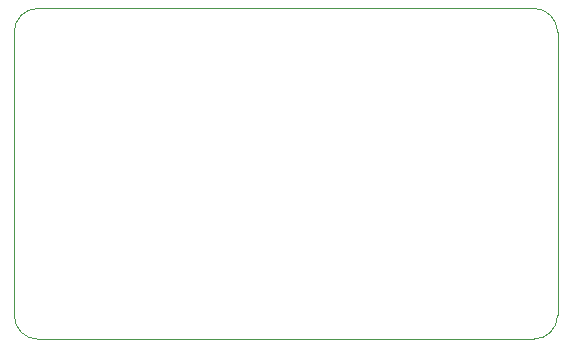
<source format=gbr>
G04 #@! TF.FileFunction,Profile,NP*
%FSLAX46Y46*%
G04 Gerber Fmt 4.6, Leading zero omitted, Abs format (unit mm)*
G04 Created by KiCad (PCBNEW 4.0.7-e2-6376~58~ubuntu16.04.1) date Wed Aug 15 22:35:47 2018*
%MOMM*%
%LPD*%
G01*
G04 APERTURE LIST*
%ADD10C,0.100000*%
G04 APERTURE END LIST*
D10*
X177000000Y-89000000D02*
G75*
G03X175000000Y-87000000I-2000000J0D01*
G01*
X133000000Y-87000000D02*
G75*
G03X131000000Y-89000000I0J-2000000D01*
G01*
X175000000Y-115000000D02*
G75*
G03X177000000Y-113000000I0J2000000D01*
G01*
X131000000Y-113000000D02*
G75*
G03X133000000Y-115000000I2000000J0D01*
G01*
X131000000Y-89000000D02*
X131000000Y-113000000D01*
X175000000Y-87000000D02*
X133000000Y-87000000D01*
X177000000Y-113000000D02*
X177000000Y-89000000D01*
X133000000Y-115000000D02*
X175000000Y-115000000D01*
M02*

</source>
